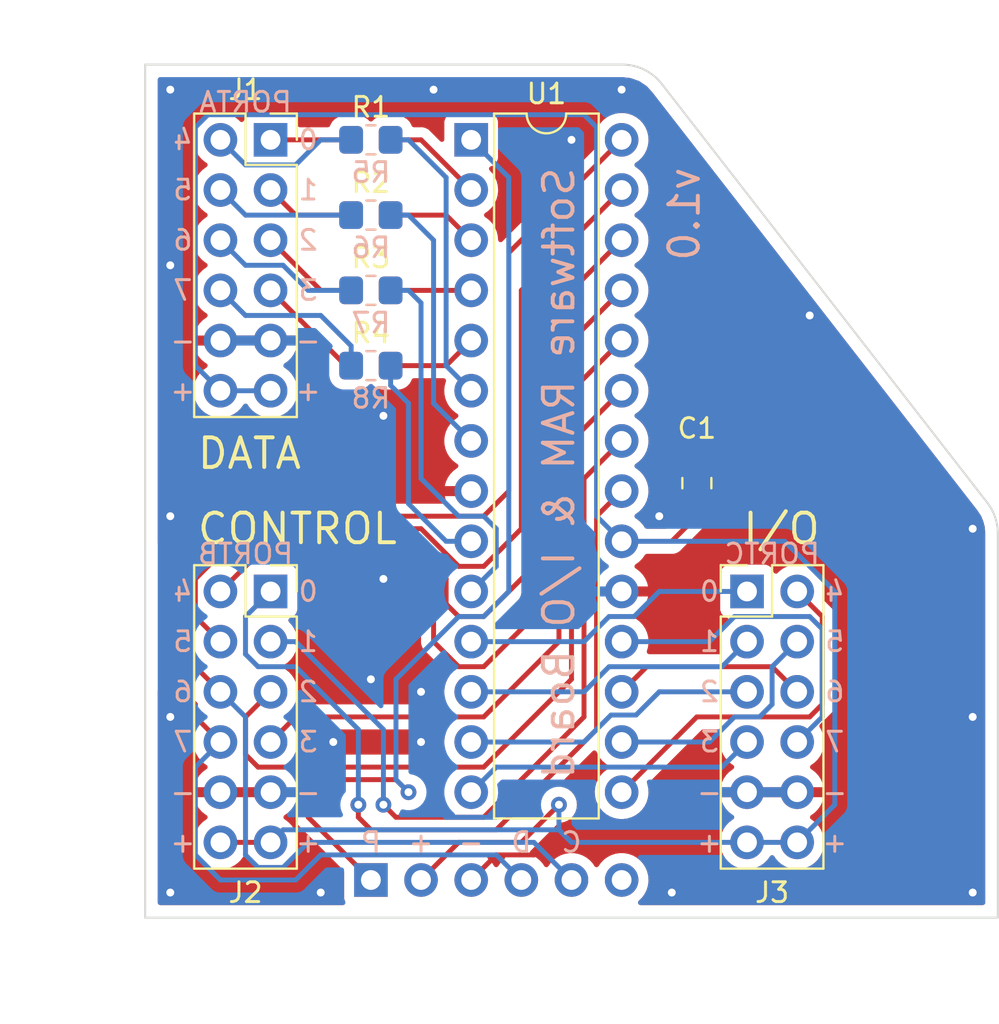
<source format=kicad_pcb>
(kicad_pcb (version 20211014) (generator pcbnew)
  (layers (0 "F.Cu" signal) (31 "B.Cu" signal) (34 "B.Paste" user) (35 "F.Paste" user) (36 "B.SilkS" user "B.Silkscreen") (37 "F.SilkS" user "F.Silkscreen") (38 "B.Mask" user) (39 "F.Mask" user) (44 "Edge.Cuts" user))
  (net 0 "")
  (net 1 "VCC")
  (net 2 "GND")
  (net 3 "Net-(J1-Pad1)")
  (net 4 "Net-(J1-Pad2)")
  (net 5 "Net-(J1-Pad3)")
  (net 6 "Net-(J1-Pad4)")
  (net 7 "Net-(J1-Pad7)")
  (net 8 "Net-(J1-Pad8)")
  (net 9 "Net-(J1-Pad9)")
  (net 10 "Net-(J1-Pad10)")
  (net 11 "Net-(J2-Pad1)")
  (net 12 "Net-(J2-Pad2)")
  (net 13 "Net-(J2-Pad3)")
  (net 14 "Net-(J2-Pad4)")
  (net 15 "Net-(J2-Pad7)")
  (net 16 "Net-(J2-Pad8)")
  (net 17 "Net-(J2-Pad9)")
  (net 18 "Net-(J2-Pad10)")
  (net 19 "Net-(J3-Pad1)")
  (net 20 "Net-(J3-Pad2)")
  (net 21 "Net-(J3-Pad3)")
  (net 22 "Net-(J3-Pad4)")
  (net 23 "Net-(J3-Pad7)")
  (net 24 "Net-(J3-Pad8)")
  (net 25 "Net-(J3-Pad9)")
  (net 26 "Net-(J3-Pad10)")
  (net 27 "Net-(J4-Pad1)")
  (net 29 "Net-(R1-Pad2)")
  (net 30 "Net-(R2-Pad2)")
  (net 31 "Net-(R3-Pad2)")
  (net 32 "Net-(R4-Pad2)")
  (net 33 "Net-(R5-Pad2)")
  (net 34 "Net-(R6-Pad2)")
  (net 35 "Net-(R7-Pad2)")
  (net 36 "Net-(R8-Pad2)")
  (footprint "Resistor_SMD:R_0805_2012Metric_Pad1.20x1.40mm_HandSolder" (layer "F.Cu") (at 130.81 50.8)
    (fp_text reference "R1" (at 0 -1.65) (layer "F.SilkS"))
    (fp_text value "1k")
    (fp_line (start -0.227064 -0.735) (end 0.227064 -0.735) (layer "F.SilkS") (width 0.12))
    (fp_line (start -0.227064 0.735) (end 0.227064 0.735) (layer "F.SilkS") (width 0.12))
    (pad "1" smd roundrect (at -1 0) (size 1.2 1.4) (layers "F.Cu" "F.Paste" "F.Mask") (roundrect_rratio 0.2083333333) (net 3 "Net-(J1-Pad1)"))
    (pad "2" smd roundrect (at 1 0) (size 1.2 1.4) (layers "F.Cu" "F.Paste" "F.Mask") (roundrect_rratio 0.2083333333) (net 29 "Net-(R1-Pad2)"))
  )
  (footprint "Resistor_SMD:R_0805_2012Metric_Pad1.20x1.40mm_HandSolder" (layer "F.Cu") (at 130.81 62.23)
    (fp_text reference "R4" (at 0 -1.65) (layer "F.SilkS"))
    (fp_text value "1k")
    (fp_line (start -0.227064 0.735) (end 0.227064 0.735) (layer "F.SilkS") (width 0.12))
    (fp_line (start -0.227064 -0.735) (end 0.227064 -0.735) (layer "F.SilkS") (width 0.12))
    (pad "1" smd roundrect (at -1 0) (size 1.2 1.4) (layers "F.Cu" "F.Paste" "F.Mask") (roundrect_rratio 0.2083333333) (net 6 "Net-(J1-Pad4)"))
    (pad "2" smd roundrect (at 1 0) (size 1.2 1.4) (layers "F.Cu" "F.Paste" "F.Mask") (roundrect_rratio 0.2083333333) (net 32 "Net-(R4-Pad2)"))
  )
  (footprint "ModifiedKiCadLibrary:PinSocket_2x06_P2.54mm_Vertical_Top_Bottom" (layer "F.Cu") (at 125.73 73.66)
    (fp_text reference "J2" (at -1.27 15.24) (layer "F.SilkS"))
    (fp_text value "Conn_02x06_Top_Bottom")
    (fp_line (start -3.87 14.03) (end 1.33 14.03) (layer "F.SilkS") (width 0.12))
    (fp_line (start -1.27 1.27) (end 1.33 1.27) (layer "F.SilkS") (width 0.12))
    (fp_line (start 0 -1.33) (end 1.33 -1.33) (layer "F.SilkS") (width 0.12))
    (fp_line (start -3.87 -1.33) (end -3.87 14.03) (layer "F.SilkS") (width 0.12))
    (fp_line (start -3.87 -1.33) (end -1.27 -1.33) (layer "F.SilkS") (width 0.12))
    (fp_line (start -1.27 -1.33) (end -1.27 1.27) (layer "F.SilkS") (width 0.12))
    (fp_line (start 1.33 -1.33) (end 1.33 0) (layer "F.SilkS") (width 0.12))
    (fp_line (start 1.33 1.27) (end 1.33 14.03) (layer "F.SilkS") (width 0.12))
    (pad "1" thru_hole rect (at 0 0) (size 1.7 1.7) (drill 1) (layers *.Cu *.Mask) (net 11 "Net-(J2-Pad1)"))
    (pad "2" thru_hole oval (at 0 2.54) (size 1.7 1.7) (drill 1) (layers *.Cu *.Mask) (net 12 "Net-(J2-Pad2)"))
    (pad "3" thru_hole oval (at 0 5.08) (size 1.7 1.7) (drill 1) (layers *.Cu *.Mask) (net 13 "Net-(J2-Pad3)"))
    (pad "4" thru_hole oval (at 0 7.62) (size 1.7 1.7) (drill 1) (layers *.Cu *.Mask) (net 14 "Net-(J2-Pad4)"))
    (pad "5" thru_hole oval (at 0 10.16) (size 1.7 1.7) (drill 1) (layers *.Cu *.Mask) (net 2 "GND"))
    (pad "6" thru_hole oval (at 0 12.7) (size 1.7 1.7) (drill 1) (layers *.Cu *.Mask) (net 1 "VCC"))
    (pad "7" thru_hole oval (at -2.54 0) (size 1.7 1.7) (drill 1) (layers *.Cu *.Mask) (net 15 "Net-(J2-Pad7)"))
    (pad "8" thru_hole oval (at -2.54 2.54) (size 1.7 1.7) (drill 1) (layers *.Cu *.Mask) (net 16 "Net-(J2-Pad8)"))
    (pad "9" thru_hole oval (at -2.54 5.08) (size 1.7 1.7) (drill 1) (layers *.Cu *.Mask) (net 17 "Net-(J2-Pad9)"))
    (pad "10" thru_hole oval (at -2.54 7.62) (size 1.7 1.7) (drill 1) (layers *.Cu *.Mask) (net 18 "Net-(J2-Pad10)"))
    (pad "11" thru_hole oval (at -2.54 10.16) (size 1.7 1.7) (drill 1) (layers *.Cu *.Mask) (net 2 "GND"))
    (pad "12" thru_hole oval (at -2.54 12.7) (size 1.7 1.7) (drill 1) (layers *.Cu *.Mask) (net 1 "VCC"))
  )
  (footprint "ModifiedKiCadLibrary:DIP-28_W7.62mm-D1mm" (layer "F.Cu") (at 135.89 50.8)
    (fp_text reference "U1" (at 3.81 -2.33) (layer "F.SilkS"))
    (fp_text value "PIC16F1783")
    (fp_line (start 6.46 -1.33) (end 4.81 -1.33) (layer "F.SilkS") (width 0.12))
    (fp_line (start 1.16 -1.33) (end 1.16 34.35) (layer "F.SilkS") (width 0.12))
    (fp_line (start 1.16 34.35) (end 6.46 34.35) (layer "F.SilkS") (width 0.12))
    (fp_line (start 6.46 34.35) (end 6.46 -1.33) (layer "F.SilkS") (width 0.12))
    (fp_line (start 2.81 -1.33) (end 1.16 -1.33) (layer "F.SilkS") (width 0.12))
    (fp_arc (start 4.81 -1.33) (mid 3.81 -0.33) (end 2.81 -1.33) (layer "F.SilkS") (width 0.12))
    (pad "1" thru_hole rect (at 0 0) (size 1.7 1.7) (drill 1) (layers *.Cu *.Mask) (net 27 "Net-(J4-Pad1)"))
    (pad "2" thru_hole oval (at 0 2.54) (size 1.7 1.7) (drill 1) (layers *.Cu *.Mask) (net 29 "Net-(R1-Pad2)"))
    (pad "3" thru_hole oval (at 0 5.08) (size 1.7 1.7) (drill 1) (layers *.Cu *.Mask) (net 30 "Net-(R2-Pad2)"))
    (pad "4" thru_hole oval (at 0 7.62) (size 1.7 1.7) (drill 1) (layers *.Cu *.Mask) (net 31 "Net-(R3-Pad2)"))
    (pad "5" thru_hole oval (at 0 10.16) (size 1.7 1.7) (drill 1) (layers *.Cu *.Mask) (net 32 "Net-(R4-Pad2)"))
    (pad "6" thru_hole oval (at 0 12.7) (size 1.7 1.7) (drill 1) (layers *.Cu *.Mask) (net 33 "Net-(R5-Pad2)"))
    (pad "7" thru_hole oval (at 0 15.24) (size 1.7 1.7) (drill 1) (layers *.Cu *.Mask) (net 34 "Net-(R6-Pad2)"))
    (pad "8" thru_hole oval (at 0 17.78) (size 1.7 1.7) (drill 1) (layers *.Cu *.Mask) (net 2 "GND"))
    (pad "9" thru_hole oval (at 0 20.32) (size 1.7 1.7) (drill 1) (layers *.Cu *.Mask) (net 36 "Net-(R8-Pad2)"))
    (pad "10" thru_hole oval (at 0 22.86) (size 1.7 1.7) (drill 1) (layers *.Cu *.Mask) (net 35 "Net-(R7-Pad2)"))
    (pad "11" thru_hole oval (at 0 25.4) (size 1.7 1.7) (drill 1) (layers *.Cu *.Mask) (net 19 "Net-(J3-Pad1)"))
    (pad "12" thru_hole oval (at 0 27.94) (size 1.7 1.7) (drill 1) (layers *.Cu *.Mask) (net 20 "Net-(J3-Pad2)"))
    (pad "13" thru_hole oval (at 0 30.48) (size 1.7 1.7) (drill 1) (layers *.Cu *.Mask) (net 21 "Net-(J3-Pad3)"))
    (pad "14" thru_hole oval (at 0 33.02) (size 1.7 1.7) (drill 1) (layers *.Cu *.Mask) (net 22 "Net-(J3-Pad4)"))
    (pad "15" thru_hole oval (at 7.62 33.02) (size 1.7 1.7) (drill 1) (layers *.Cu *.Mask) (net 23 "Net-(J3-Pad7)"))
    (pad "16" thru_hole oval (at 7.62 30.48) (size 1.7 1.7) (drill 1) (layers *.Cu *.Mask) (net 24 "Net-(J3-Pad8)"))
    (pad "17" thru_hole oval (at 7.62 27.94) (size 1.7 1.7) (drill 1) (layers *.Cu *.Mask) (net 25 "Net-(J3-Pad9)"))
    (pad "18" thru_hole oval (at 7.62 25.4) (size 1.7 1.7) (drill 1) (layers *.Cu *.Mask) (net 26 "Net-(J3-Pad10)"))
    (pad "19" thru_hole oval (at 7.62 22.86) (size 1.7 1.7) (drill 1) (layers *.Cu *.Mask) (net 2 "GND"))
    (pad "20" thru_hole oval (at 7.62 20.32) (size 1.7 1.7) (drill 1) (layers *.Cu *.Mask) (net 1 "VCC"))
    (pad "21" thru_hole oval (at 7.62 17.78) (size 1.7 1.7) (drill 1) (layers *.Cu *.Mask) (net 11 "Net-(J2-Pad1)"))
    (pad "22" thru_hole oval (at 7.62 15.24) (size 1.7 1.7) (drill 1) (layers *.Cu *.Mask) (net 12 "Net-(J2-Pad2)"))
    (pad "23" thru_hole oval (at 7.62 12.7) (size 1.7 1.7) (drill 1) (layers *.Cu *.Mask) (net 13 "Net-(J2-Pad3)"))
    (pad "24" thru_hole oval (at 7.62 10.16) (size 1.7 1.7) (drill 1) (layers *.Cu *.Mask) (net 14 "Net-(J2-Pad4)"))
    (pad "25" thru_hole oval (at 7.62 7.62) (size 1.7 1.7) (drill 1) (layers *.Cu *.Mask) (net 15 "Net-(J2-Pad7)"))
    (pad "26" thru_hole oval (at 7.62 5.08) (size 1.7 1.7) (drill 1) (layers *.Cu *.Mask) (net 16 "Net-(J2-Pad8)"))
    (pad "27" thru_hole oval (at 7.62 2.54) (size 1.7 1.7) (drill 1) (layers *.Cu *.Mask) (net 17 "Net-(J2-Pad9)"))
    (pad "28" thru_hole oval (at 7.62 0) (size 1.7 1.7) (drill 1) (layers *.Cu *.Mask) (net 18 "Net-(J2-Pad10)"))
  )
  (footprint "ModifiedKiCadLibrary:PinHeader_2x06_P2.54mm_Vertical_Top_Bottom" (layer "F.Cu") (at 149.86 73.66)
    (fp_text reference "J3" (at 1.27 15.24) (layer "F.SilkS"))
    (fp_text value "Conn_02x06_Top_Bottom")
    (fp_line (start 1.27 1.27) (end 1.27 -1.33) (layer "F.SilkS") (width 0.12))
    (fp_line (start -1.33 1.27) (end -1.33 14.03) (layer "F.SilkS") (width 0.12))
    (fp_line (start -1.33 -1.33) (end 0 -1.33) (layer "F.SilkS") (width 0.12))
    (fp_line (start -1.33 1.27) (end 1.27 1.27) (layer "F.SilkS") (width 0.12))
    (fp_line (start 1.27 -1.33) (end 3.87 -1.33) (layer "F.SilkS") (width 0.12))
    (fp_line (start -1.33 0) (end -1.33 -1.33) (layer "F.SilkS") (width 0.12))
    (fp_line (start 3.87 -1.33) (end 3.87 14.03) (layer "F.SilkS") (width 0.12))
    (fp_line (start -1.33 14.03) (end 3.87 14.03) (layer "F.SilkS") (width 0.12))
    (pad "1" thru_hole rect (at 0 0) (size 1.7 1.7) (drill 1) (layers *.Cu *.Mask) (net 19 "Net-(J3-Pad1)"))
    (pad "2" thru_hole oval (at 0 2.54) (size 1.7 1.7) (drill 1) (layers *.Cu *.Mask) (net 20 "Net-(J3-Pad2)"))
    (pad "3" thru_hole oval (at 0 5.08) (size 1.7 1.7) (drill 1) (layers *.Cu *.Mask) (net 21 "Net-(J3-Pad3)"))
    (pad "4" thru_hole oval (at 0 7.62) (size 1.7 1.7) (drill 1) (layers *.Cu *.Mask) (net 22 "Net-(J3-Pad4)"))
    (pad "5" thru_hole oval (at 0 10.16) (size 1.7 1.7) (drill 1) (layers *.Cu *.Mask) (net 2 "GND"))
    (pad "6" thru_hole oval (at 0 12.7) (size 1.7 1.7) (drill 1) (layers *.Cu *.Mask) (net 1 "VCC"))
    (pad "7" thru_hole oval (at 2.54 0) (size 1.7 1.7) (drill 1) (layers *.Cu *.Mask) (net 23 "Net-(J3-Pad7)"))
    (pad "8" thru_hole oval (at 2.54 2.54) (size 1.7 1.7) (drill 1) (layers *.Cu *.Mask) (net 24 "Net-(J3-Pad8)"))
    (pad "9" thru_hole oval (at 2.54 5.08) (size 1.7 1.7) (drill 1) (layers *.Cu *.Mask) (net 25 "Net-(J3-Pad9)"))
    (pad "10" thru_hole oval (at 2.54 7.62) (size 1.7 1.7) (drill 1) (layers *.Cu *.Mask) (net 26 "Net-(J3-Pad10)"))
    (pad "11" thru_hole oval (at 2.54 10.16) (size 1.7 1.7) (drill 1) (layers *.Cu *.Mask) (net 2 "GND"))
    (pad "12" thru_hole oval (at 2.54 12.7) (size 1.7 1.7) (drill 1) (layers *.Cu *.Mask) (net 1 "VCC"))
  )
  (footprint "Capacitor_SMD:C_0805_2012Metric_Pad1.18x1.45mm_HandSolder" (layer "F.Cu") (at 147.32 68.1775 90)
    (fp_text reference "C1" (at 2.7725 0 180) (layer "F.SilkS"))
    (fp_text value "0.1u")
    (fp_line (start -0.261252 -0.735) (end 0.261252 -0.735) (layer "F.SilkS") (width 0.12))
    (fp_line (start -0.261252 0.735) (end 0.261252 0.735) (layer "F.SilkS") (width 0.12))
    (pad "1" smd roundrect (at -1.0375 0 90) (size 1.175 1.45) (layers "F.Cu" "F.Paste" "F.Mask") (roundrect_rratio 0.2127659574) (net 1 "VCC"))
    (pad "2" smd roundrect (at 1.0375 0 90) (size 1.175 1.45) (layers "F.Cu" "F.Paste" "F.Mask") (roundrect_rratio 0.2127659574) (net 2 "GND"))
  )
  (footprint "Resistor_SMD:R_0805_2012Metric_Pad1.20x1.40mm_HandSolder" (layer "F.Cu") (at 130.81 54.61)
    (fp_text reference "R2" (at 0 -1.65) (layer "F.SilkS"))
    (fp_text value "1k")
    (fp_line (start -0.227064 -0.735) (end 0.227064 -0.735) (layer "F.SilkS") (width 0.12))
    (fp_line (start -0.227064 0.735) (end 0.227064 0.735) (layer "F.SilkS") (width 0.12))
    (pad "1" smd roundrect (at -1 0) (size 1.2 1.4) (layers "F.Cu" "F.Paste" "F.Mask") (roundrect_rratio 0.2083333333) (net 4 "Net-(J1-Pad2)"))
    (pad "2" smd roundrect (at 1 0) (size 1.2 1.4) (layers "F.Cu" "F.Paste" "F.Mask") (roundrect_rratio 0.2083333333) (net 30 "Net-(R2-Pad2)"))
  )
  (footprint "ModifiedKiCadLibrary:PinSocket_2x06_P2.54mm_Vertical_Top_Bottom" (layer "F.Cu") (at 125.73 50.8)
    (fp_text reference "J1" (at -1.27 -2.54) (layer "F.SilkS"))
    (fp_text value "Conn_02x06_Top_Bottom")
    (fp_line (start 1.33 1.27) (end 1.33 14.03) (layer "F.SilkS") (width 0.12))
    (fp_line (start -1.27 1.27) (end 1.33 1.27) (layer "F.SilkS") (width 0.12))
    (fp_line (start -3.87 -1.33) (end -1.27 -1.33) (layer "F.SilkS") (width 0.12))
    (fp_line (start -3.87 -1.33) (end -3.87 14.03) (layer "F.SilkS") (width 0.12))
    (fp_line (start 1.33 -1.33) (end 1.33 0) (layer "F.SilkS") (width 0.12))
    (fp_line (start 0 -1.33) (end 1.33 -1.33) (layer "F.SilkS") (width 0.12))
    (fp_line (start -1.27 -1.33) (end -1.27 1.27) (layer "F.SilkS") (width 0.12))
    (fp_line (start -3.87 14.03) (end 1.33 14.03) (layer "F.SilkS") (width 0.12))
    (pad "1" thru_hole rect (at 0 0) (size 1.7 1.7) (drill 1) (layers *.Cu *.Mask) (net 3 "Net-(J1-Pad1)"))
    (pad "2" thru_hole oval (at 0 2.54) (size 1.7 1.7) (drill 1) (layers *.Cu *.Mask) (net 4 "Net-(J1-Pad2)"))
    (pad "3" thru_hole oval (at 0 5.08) (size 1.7 1.7) (drill 1) (layers *.Cu *.Mask) (net 5 "Net-(J1-Pad3)"))
    (pad "4" thru_hole oval (at 0 7.62) (size 1.7 1.7) (drill 1) (layers *.Cu *.Mask) (net 6 "Net-(J1-Pad4)"))
    (pad "5" thru_hole oval (at 0 10.16) (size 1.7 1.7) (drill 1) (layers *.Cu *.Mask) (net 2 "GND"))
    (pad "6" thru_hole oval (at 0 12.7) (size 1.7 1.7) (drill 1) (layers *.Cu *.Mask) (net 1 "VCC"))
    (pad "7" thru_hole oval (at -2.54 0) (size 1.7 1.7) (drill 1) (layers *.Cu *.Mask) (net 7 "Net-(J1-Pad7)"))
    (pad "8" thru_hole oval (at -2.54 2.54) (size 1.7 1.7) (drill 1) (layers *.Cu *.Mask) (net 8 "Net-(J1-Pad8)"))
    (pad "9" thru_hole oval (at -2.54 5.08) (size 1.7 1.7) (drill 1) (layers *.Cu *.Mask) (net 9 "Net-(J1-Pad9)"))
    (pad "10" thru_hole oval (at -2.54 7.62) (size 1.7 1.7) (drill 1) (layers *.Cu *.Mask) (net 10 "Net-(J1-Pad10)"))
    (pad "11" thru_hole oval (at -2.54 10.16) (size 1.7 1.7) (drill 1) (layers *.Cu *.Mask) (net 2 "GND"))
    (pad "12" thru_hole oval (at -2.54 12.7) (size 1.7 1.7) (drill 1) (layers *.Cu *.Mask) (net 1 "VCC"))
  )
  (footprint "Resistor_SMD:R_0805_2012Metric_Pad1.20x1.40mm_HandSolder" (layer "F.Cu") (at 130.81 58.42)
    (fp_text reference "R3" (at 0 -1.65) (layer "F.SilkS"))
    (fp_text value "1k")
    (fp_line (start -0.227064 -0.735) (end 0.227064 -0.735) (layer "F.SilkS") (width 0.12))
    (fp_line (start -0.227064 0.735) (end 0.227064 0.735) (layer "F.SilkS") (width 0.12))
    (pad "1" smd roundrect (at -1 0) (size 1.2 1.4) (layers "F.Cu" "F.Paste" "F.Mask") (roundrect_rratio 0.2083333333) (net 5 "Net-(J1-Pad3)"))
    (pad "2" smd roundrect (at 1 0) (size 1.2 1.4) (layers "F.Cu" "F.Paste" "F.Mask") (roundrect_rratio 0.2083333333) (net 31 "Net-(R3-Pad2)"))
  )
  (footprint "Connector_PinHeader_2.54mm:PinHeader_1x06_P2.54mm_Vertical" (layer "F.Cu") (at 130.81 88.265 90)
    (fp_text reference "J4" hide)
    (fp_text value "Conn_PIC_ICSP_ICD")
    (pad "1" thru_hole rect (at 0 0 90) (size 1.7 1.7) (drill 1) (layers *.Cu *.Mask) (net 27 "Net-(J4-Pad1)"))
    (pad "2" thru_hole oval (at 0 2.54 90) (size 1.7 1.7) (drill 1) (layers *.Cu *.Mask) (net 1 "VCC"))
    (pad "3" thru_hole oval (at 0 5.08 90) (size 1.7 1.7) (drill 1) (layers *.Cu *.Mask) (net 2 "GND"))
    (pad "4" thru_hole oval (at 0 7.62 90) (size 1.7 1.7) (drill 1) (layers *.Cu *.Mask) (net 18 "Net-(J2-Pad10)"))
    (pad "5" thru_hole oval (at 0 10.16 90) (size 1.7 1.7) (drill 1) (layers *.Cu *.Mask) (net 17 "Net-(J2-Pad9)"))
    (pad "6" thru_hole oval (at 0 12.7 90) (size 1.7 1.7) (drill 1) (layers *.Cu *.Mask))
  )
  (footprint "Resistor_SMD:R_0805_2012Metric_Pad1.20x1.40mm_HandSolder" (layer "B.Cu") (at 130.81 58.42)
    (fp_text reference "R7" (at 0 1.65) (layer "B.SilkS") (effects (justify mirror)))
    (fp_text value "1k")
    (fp_line (start -0.227064 0.735) (end 0.227064 0.735) (layer "B.SilkS") (width 0.12))
    (fp_line (start -0.227064 -0.735) (end 0.227064 -0.735) (layer "B.SilkS") (width 0.12))
    (pad "1" smd roundrect (at -1 0) (size 1.2 1.4) (layers "B.Cu" "B.Paste" "B.Mask") (roundrect_rratio 0.2083333333) (net 9 "Net-(J1-Pad9)"))
    (pad "2" smd roundrect (at 1 0) (size 1.2 1.4) (layers "B.Cu" "B.Paste" "B.Mask") (roundrect_rratio 0.2083333333) (net 35 "Net-(R7-Pad2)"))
  )
  (footprint "Resistor_SMD:R_0805_2012Metric_Pad1.20x1.40mm_HandSolder" (layer "B.Cu") (at 130.81 54.61)
    (fp_text reference "R6" (at 0 1.65) (layer "B.SilkS") (effects (justify mirror)))
    (fp_text value "1k")
    (fp_line (start -0.227064 0.735) (end 0.227064 0.735) (layer "B.SilkS") (width 0.12))
    (fp_line (start -0.227064 -0.735) (end 0.227064 -0.735) (layer "B.SilkS") (width 0.12))
    (pad "1" smd roundrect (at -1 0) (size 1.2 1.4) (layers "B.Cu" "B.Paste" "B.Mask") (roundrect_rratio 0.2083333333) (net 8 "Net-(J1-Pad8)"))
    (pad "2" smd roundrect (at 1 0) (size 1.2 1.4) (layers "B.Cu" "B.Paste" "B.Mask") (roundrect_rratio 0.2083333333) (net 34 "Net-(R6-Pad2)"))
  )
  (footprint "Resistor_SMD:R_0805_2012Metric_Pad1.20x1.40mm_HandSolder" (layer "B.Cu") (at 130.81 50.8)
    (fp_text reference "R5" (at 0 1.65) (layer "B.SilkS") (effects (justify mirror)))
    (fp_text value "1k")
    (fp_line (start -0.227064 -0.735) (end 0.227064 -0.735) (layer "B.SilkS") (width 0.12))
    (fp_line (start -0.227064 0.735) (end 0.227064 0.735) (layer "B.SilkS") (width 0.12))
    (pad "1" smd roundrect (at -1 0) (size 1.2 1.4) (layers "B.Cu" "B.Paste" "B.Mask") (roundrect_rratio 0.2083333333) (net 7 "Net-(J1-Pad7)"))
    (pad "2" smd roundrect (at 1 0) (size 1.2 1.4) (layers "B.Cu" "B.Paste" "B.Mask") (roundrect_rratio 0.2083333333) (net 33 "Net-(R5-Pad2)"))
  )
  (footprint "Resistor_SMD:R_0805_2012Metric_Pad1.20x1.40mm_HandSolder" (layer "B.Cu") (at 130.81 62.23)
    (fp_text reference "R8" (at 0 1.65) (layer "B.SilkS") (effects (justify mirror)))
    (fp_text value "1k")
    (fp_line (start -0.227064 -0.735) (end 0.227064 -0.735) (layer "B.SilkS") (width 0.12))
    (fp_line (start -0.227064 0.735) (end 0.227064 0.735) (layer "B.SilkS") (width 0.12))
    (pad "1" smd roundrect (at -1 0) (size 1.2 1.4) (layers "B.Cu" "B.Paste" "B.Mask") (roundrect_rratio 0.2083333333) (net 10 "Net-(J1-Pad10)"))
    (pad "2" smd roundrect (at 1 0) (size 1.2 1.4) (layers "B.Cu" "B.Paste" "B.Mask") (roundrect_rratio 0.2083333333) (net 36 "Net-(R8-Pad2)"))
  )
  (gr_line (start 119.38 90.17) (end 162.56 90.17) (layer "Edge.Cuts") (width 0.1))
  (gr_line (start 162.024955 69.162085) (end 145.542682 47.970591) (layer "Edge.Cuts") (width 0.1))
  (gr_line (start 162.56 90.17) (end 162.56 70.721494) (layer "Edge.Cuts") (width 0.1))
  (gr_arc (start 143.537727 46.99) (mid 144.653623 47.248395) (end 145.542682 47.970591) (layer "Edge.Cuts") (width 0.1))
  (gr_line (start 143.537727 46.99) (end 119.38 46.99) (layer "Edge.Cuts") (width 0.1))
  (gr_arc (start 162.024955 69.162085) (mid 162.423305 69.896902) (end 162.56 70.721494) (layer "Edge.Cuts") (width 0.1))
  (gr_line (start 119.38 46.99) (end 119.38 90.17) (layer "Edge.Cuts") (width 0.1))
  (gr_text "5" (at 121.285 53.34) (layer "B.SilkS") (effects (font (size 1 1)) (justify mirror)))
  (gr_text "3" (at 127.635 81.28) (layer "B.SilkS") (effects (font (size 1 1)) (justify mirror)))
  (gr_text "3" (at 147.955 81.28) (layer "B.SilkS") (effects (font (size 1 1)) (justify mirror)))
  (gr_text "Software RAM & I/O Board" (at 140.335 52.07 90) (layer "B.SilkS") (effects (font (size 1.5 1.5) (thickness 0.2)) (justify left mirror)))
  (gr_text "1" (at 147.955 76.2) (layer "B.SilkS") (effects (font (size 1 1)) (justify mirror)))
  (gr_text "7" (at 154.305 81.28) (layer "B.SilkS") (effects (font (size 1 1)) (justify mirror)))
  (gr_text "-" (at 147.955 83.82) (layer "B.SilkS") (effects (font (size 1 1)) (justify mirror)))
  (gr_text "3" (at 127.635 58.42) (layer "B.SilkS") (effects (font (size 1 1)) (justify mirror)))
  (gr_text "2" (at 127.635 55.88) (layer "B.SilkS") (effects (font (size 1 1)) (justify mirror)))
  (gr_text "+" (at 121.285 63.5) (layer "B.SilkS") (effects (font (size 1 1)) (justify mirror)))
  (gr_text "PORTC" (at 151.13 71.755) (layer "B.SilkS") (effects (font (size 1 1)) (justify mirror)))
  (gr_text "-" (at 127.635 60.96) (layer "B.SilkS") (effects (font (size 1 1)) (justify mirror)))
  (gr_text "-" (at 154.305 83.82) (layer "B.SilkS") (effects (font (size 1 1)) (justify mirror)))
  (gr_text "+" (at 154.305 86.36) (layer "B.SilkS") (effects (font (size 1 1)) (justify mirror)))
  (gr_text "C" (at 140.97 86.36) (layer "B.SilkS") (effects (font (size 1 1)) (justify mirror)))
  (gr_text "1" (at 127.635 76.2) (layer "B.SilkS") (effects (font (size 1 1)) (justify mirror)))
  (gr_text "+" (at 133.35 86.36) (layer "B.SilkS") (effects (font (size 1 1)) (justify mirror)))
  (gr_text "-" (at 135.89 86.36) (layer "B.SilkS") (effects (font (size 1 1)) (justify mirror)))
  (gr_text "v1.0" (at 146.685 52.07 90) (layer "B.SilkS") (effects (font (size 1.5 1.5) (thickness 0.2)) (justify left mirror)))
  (gr_text "-" (at 127.635 83.82) (layer "B.SilkS") (effects (font (size 1 1)) (justify mirror)))
  (gr_text "D" (at 138.43 86.36) (layer "B.SilkS") (effects (font (size 1 1)) (justify mirror)))
  (gr_text "5" (at 154.305 76.2) (layer "B.SilkS") (effects (font (size 1 1)) (justify mirror)))
  (gr_text "-" (at 121.285 83.82) (layer "B.SilkS") (effects (font (size 1 1)) (justify mirror)))
  (gr_text "+" (at 127.635 86.36) (layer "B.SilkS") (effects (font (size 1 1)) (justify mirror)))
  (gr_text "6" (at 121.285 78.74) (layer "B.SilkS") (effects (font (size 1 1)) (justify mirror)))
  (gr_text "PORTA" (at 124.46 48.895) (layer "B.SilkS") (effects (font (size 1 1)) (justify mirror)))
  (gr_text "5" (at 121.285 76.2) (layer "B.SilkS") (effects (font (size 1 1)) (justify mirror)))
  (gr_text "PORTB" (at 124.46 71.755) (layer "B.SilkS") (effects (font (size 1 1)) (justify mirror)))
  (gr_text "P" (at 130.81 86.36) (layer "B.SilkS") (effects (font (size 1 1)) (justify mirror)))
  (gr_text "2" (at 147.955 78.74) (layer "B.SilkS") (effects (font (size 1 1)) (justify mirror)))
  (gr_text "1" (at 127.635 53.34) (layer "B.SilkS") (effects (font (size 1 1)) (justify mirror)))
  (gr_text "6" (at 121.285 55.88) (layer "B.SilkS") (effects (font (size 1 1)) (justify mirror)))
  (gr_text "7" (at 121.285 58.42) (layer "B.SilkS") (effects (font (size 1 1)) (justify mirror)))
  (gr_text "+" (at 147.955 86.36) (layer "B.SilkS") (effects (font (size 1 1)) (justify mirror)))
  (gr_text "0" (at 147.955 73.66) (layer "B.SilkS") (effects (font (size 1 1)) (justify mirror)))
  (gr_text "2" (at 127.635 78.74) (layer "B.SilkS") (effects (font (size 1 1)) (justify mirror)))
  (gr_text "-" (at 121.285 60.96) (layer "B.SilkS") (effects (font (size 1 1)) (justify mirror)))
  (gr_text "+" (at 127.635 63.5) (layer "B.SilkS") (effects (font (size 1 1)) (justify mirror)))
  (gr_text "+" (at 121.285 86.36) (layer "B.SilkS") (effects (font (size 1 1)) (justify mirror)))
  (gr_text "0" (at 127.635 50.8) (layer "B.SilkS") (effects (font (size 1 1)) (justify mirror)))
  (gr_text "7" (at 121.285 81.28) (layer "B.SilkS") (effects (font (size 1 1)) (justify mirror)))
  (gr_text "6" (at 154.305 78.74) (layer "B.SilkS") (effects (font (size 1 1)) (justify mirror)))
  (gr_text "0" (at 127.635 73.66) (layer "B.SilkS") (effects (font (size 1 1)) (justify mirror)))
  (gr_text "4" (at 154.305 73.66) (layer "B.SilkS") (effects (font (size 1 1)) (justify mirror)))
  (gr_text "4" (at 121.285 73.66) (layer "B.SilkS") (effects (font (size 1 1)) (justify mirror)))
  (gr_text "4" (at 121.285 50.8) (layer "B.SilkS") (effects (font (size 1 1)) (justify mirror)))
  (gr_text "DATA" (at 121.92 66.675) (layer "F.SilkS") (effects (font (size 1.5 1.5) (thickness 0.2)) (justify left)))
  (gr_text "CONTROL" (at 121.92 70.485) (layer "F.SilkS") (effects (font (size 1.5 1.5) (thickness 0.2)) (justify left)))
  (gr_text "I/O" (at 153.67 70.485) (layer "F.SilkS") (effects (font (size 1.5 1.5) (thickness 0.2)) (justify right)))
  (segment (start 135.255 86.36) (end 138.43 86.36) (width 0.25) (layer "F.Cu") (net 1))
  (segment (start 123.19 86.36) (end 125.73 86.36) (width 0.25) (layer "F.Cu") (net 1))
  (segment (start 140.335 84.455) (end 138.43 86.36) (width 0.25) (layer "F.Cu") (net 1))
  (segment (start 147.32 69.85) (end 146.05 71.12) (width 0.25) (layer "F.Cu") (net 1))
  (segment (start 147.32 69.215) (end 147.32 69.85) (width 0.25) (layer "F.Cu") (net 1))
  (segment (start 146.05 71.12) (end 143.51 71.12) (width 0.25) (layer "F.Cu") (net 1))
  (segment (start 133.35 88.265) (end 135.255 86.36) (width 0.25) (layer "F.Cu") (net 1))
  (via (at 140.335 84.455) (size 0.8) (drill 0.4) (layers "F.Cu" "B.Cu") (net 1))
  (segment (start 151.765 71.12) (end 143.51 71.12) (width 0.25) (layer "B.Cu") (net 1))
  (segment (start 140.97 86.36) (end 149.86 86.36) (width 0.25) (layer "B.Cu") (net 1))
  (segment (start 123.19 63.5) (end 125.73 63.5) (width 0.25) (layer "B.Cu") (net 1))
  (segment (start 154.305 84.455) (end 154.305 73.66) (width 0.25) (layer "B.Cu") (net 1))
  (segment (start 142.24 50.165) (end 142.24 69.85) (width 0.25) (layer "B.Cu") (net 1))
  (segment (start 152.4 86.36) (end 154.305 84.455) (width 0.25) (layer "B.Cu") (net 1))
  (segment (start 142.24 69.85) (end 143.51 71.12) (width 0.25) (layer "B.Cu") (net 1))
  (segment (start 141.605 49.53) (end 142.24 50.165) (width 0.25) (layer "B.Cu") (net 1))
  (segment (start 122.555 49.53) (end 141.605 49.53) (width 0.25) (layer "B.Cu") (net 1))
  (segment (start 126.365 85.725) (end 140.335 85.725) (width 0.25) (layer "B.Cu") (net 1))
  (segment (start 149.86 86.36) (end 152.4 86.36) (width 0.25) (layer "B.Cu") (net 1))
  (segment (start 121.92 50.165) (end 122.555 49.53) (width 0.25) (layer "B.Cu") (net 1))
  (segment (start 123.19 63.5) (end 121.92 62.23) (width 0.25) (layer "B.Cu") (net 1))
  (segment (start 154.305 73.66) (end 151.765 71.12) (width 0.25) (layer "B.Cu") (net 1))
  (segment (start 125.73 86.36) (end 126.365 85.725) (width 0.25) (layer "B.Cu") (net 1))
  (segment (start 140.335 84.455) (end 140.335 85.725) (width 0.25) (layer "B.Cu") (net 1))
  (segment (start 121.92 62.23) (end 121.92 50.165) (width 0.25) (layer "B.Cu") (net 1))
  (segment (start 140.335 85.725) (end 140.97 86.36) (width 0.25) (layer "B.Cu") (net 1))
  (segment (start 139.065 86.995) (end 139.7 86.36) (width 0.25) (layer "F.Cu") (net 2))
  (segment (start 135.89 88.265) (end 137.16 86.995) (width 0.25) (layer "F.Cu") (net 2))
  (segment (start 137.16 86.995) (end 139.065 86.995) (width 0.25) (layer "F.Cu") (net 2))
  (via (at 161.29 70.485) (size 0.8) (drill 0.4) (layers "F.Cu" "B.Cu") (net 2))
  (via (at 131.445 64.77) (size 0.8) (drill 0.4) (layers "F.Cu" "B.Cu") (net 2))
  (via (at 120.65 48.26) (size 0.8) (drill 0.4) (layers "F.Cu" "B.Cu") (net 2))
  (via (at 133.985 48.26) (size 0.8) (drill 0.4) (layers "F.Cu" "B.Cu") (net 2))
  (via (at 130.81 78.105) (size 0.8) (drill 0.4) (layers "F.Cu" "B.Cu") (net 2))
  (via (at 153.035 59.69) (size 0.8) (drill 0.4) (layers "F.Cu" "B.Cu") (net 2))
  (via (at 128.905 81.28) (size 0.8) (drill 0.4) (layers "F.Cu" "B.Cu") (net 2))
  (via (at 120.65 88.9) (size 0.8) (drill 0.4) (layers "F.Cu" "B.Cu") (net 2))
  (via (at 120.65 69.85) (size 0.8) (drill 0.4) (layers "F.Cu" "B.Cu") (net 2))
  (via (at 143.51 48.26) (size 0.8) (drill 0.4) (layers "F.Cu" "B.Cu") (net 2))
  (via (at 120.65 57.15) (size 0.8) (drill 0.4) (layers "F.Cu" "B.Cu") (net 2))
  (via (at 145.415 69.85) (size 0.8) (drill 0.4) (layers "F.Cu" "B.Cu") (net 2))
  (via (at 146.05 88.9) (size 0.8) (drill 0.4) (layers "F.Cu" "B.Cu") (net 2))
  (via (at 128.27 88.9) (size 0.8) (drill 0.4) (layers "F.Cu" "B.Cu") (net 2))
  (via (at 161.29 88.9) (size 0.8) (drill 0.4) (layers "F.Cu" "B.Cu") (net 2))
  (via (at 131.445 73.025) (size 0.8) (drill 0.4) (layers "F.Cu" "B.Cu") (net 2))
  (via (at 140.97 50.8) (size 0.8) (drill 0.4) (layers "F.Cu" "B.Cu") (net 2))
  (via (at 133.35 81.28) (size 0.8) (drill 0.4) (layers "F.Cu" "B.Cu") (net 2))
  (via (at 133.35 78.74) (size 0.8) (drill 0.4) (layers "F.Cu" "B.Cu") (net 2))
  (via (at 161.29 80.01) (size 0.8) (drill 0.4) (layers "F.Cu" "B.Cu") (net 2))
  (via (at 120.65 80.01) (size 0.8) (drill 0.4) (layers "F.Cu" "B.Cu") (net 2))
  (segment (start 133.985 84.455) (end 134.62 85.09) (width 0.25) (layer "B.Cu") (net 2))
  (segment (start 137.16 85.09) (end 137.795 84.455) (width 0.25) (layer "B.Cu") (net 2))
  (segment (start 134.62 85.09) (end 137.16 85.09) (width 0.25) (layer "B.Cu") (net 2))
  (segment (start 125.73 50.8) (end 129.81 50.8) (width 0.25) (layer "F.Cu") (net 3))
  (segment (start 129.81 54.61) (end 127 54.61) (width 0.25) (layer "F.Cu") (net 4))
  (segment (start 127 54.61) (end 125.73 53.34) (width 0.25) (layer "F.Cu") (net 4))
  (segment (start 129.81 58.42) (end 128.27 58.42) (width 0.25) (layer "F.Cu") (net 5))
  (segment (start 128.27 58.42) (end 125.73 55.88) (width 0.25) (layer "F.Cu") (net 5))
  (segment (start 129.54 62.23) (end 125.73 58.42) (width 0.25) (layer "F.Cu") (net 6))
  (segment (start 129.81 62.23) (end 129.54 62.23) (width 0.25) (layer "F.Cu") (net 6))
  (segment (start 129.81 50.8) (end 128.27 50.8) (width 0.25) (layer "B.Cu") (net 7))
  (segment (start 124.46 52.07) (end 123.19 50.8) (width 0.25) (layer "B.Cu") (net 7))
  (segment (start 128.27 50.8) (end 127 52.07) (width 0.25) (layer "B.Cu") (net 7))
  (segment (start 127 52.07) (end 124.46 52.07) (width 0.25) (layer "B.Cu") (net 7))
  (segment (start 124.46 54.61) (end 123.19 53.34) (width 0.25) (layer "B.Cu") (net 8))
  (segment (start 129.81 54.61) (end 124.46 54.61) (width 0.25) (layer "B.Cu") (net 8))
  (segment (start 126.365 57.15) (end 124.46 57.15) (width 0.25) (layer "B.Cu") (net 9))
  (segment (start 124.46 57.15) (end 123.19 55.88) (width 0.25) (layer "B.Cu") (net 9))
  (segment (start 127.635 58.42) (end 126.365 57.15) (width 0.25) (layer "B.Cu") (net 9))
  (segment (start 129.81 58.42) (end 127.635 58.42) (width 0.25) (layer "B.Cu") (net 9))
  (segment (start 128.27 59.69) (end 124.46 59.69) (width 0.25) (layer "B.Cu") (net 10))
  (segment (start 129.81 61.23) (end 128.27 59.69) (width 0.25) (layer "B.Cu") (net 10))
  (segment (start 124.46 59.69) (end 123.19 58.42) (width 0.25) (layer "B.Cu") (net 10))
  (segment (start 129.81 62.23) (end 129.81 61.23) (width 0.25) (layer "B.Cu") (net 10))
  (segment (start 130.175 85.09) (end 130.81 85.725) (width 0.25) (layer "F.Cu") (net 11))
  (segment (start 137.16 85.725) (end 142.24 80.645) (width 0.25) (layer "F.Cu") (net 11))
  (segment (start 130.175 84.455) (end 130.175 85.09) (width 0.25) (layer "F.Cu") (net 11))
  (segment (start 142.24 69.85) (end 143.51 68.58) (width 0.25) (layer "F.Cu") (net 11))
  (segment (start 130.81 85.725) (end 137.16 85.725) (width 0.25) (layer "F.Cu") (net 11))
  (segment (start 142.24 80.645) (end 142.24 69.85) (width 0.25) (layer "F.Cu") (net 11))
  (via (at 130.175 84.455) (size 0.8) (drill 0.4) (layers "F.Cu" "B.Cu") (net 11))
  (segment (start 130.175 84.455) (end 130.175 80.645) (width 0.25) (layer "B.Cu") (net 11))
  (segment (start 127 77.47) (end 125.095 77.47) (width 0.25) (layer "B.Cu") (net 11))
  (segment (start 130.175 80.645) (end 127 77.47) (width 0.25) (layer "B.Cu") (net 11))
  (segment (start 124.46 76.835) (end 124.46 74.93) (width 0.25) (layer "B.Cu") (net 11))
  (segment (start 125.095 77.47) (end 124.46 76.835) (width 0.25) (layer "B.Cu") (net 11))
  (segment (start 124.46 74.93) (end 125.73 73.66) (width 0.25) (layer "B.Cu") (net 11))
  (segment (start 141.605 80.01) (end 141.605 67.945) (width 0.25) (layer "F.Cu") (net 12))
  (segment (start 141.605 67.945) (end 143.51 66.04) (width 0.25) (layer "F.Cu") (net 12))
  (segment (start 136.525 85.09) (end 141.605 80.01) (width 0.25) (layer "F.Cu") (net 12))
  (segment (start 131.445 84.455) (end 132.08 85.09) (width 0.25) (layer "F.Cu") (net 12))
  (segment (start 132.08 85.09) (end 136.525 85.09) (width 0.25) (layer "F.Cu") (net 12))
  (via (at 131.445 84.455) (size 0.8) (drill 0.4) (layers "F.Cu" "B.Cu") (net 12))
  (segment (start 131.445 80.645) (end 127 76.2) (width 0.25) (layer "B.Cu") (net 12))
  (segment (start 131.445 84.455) (end 131.445 80.645) (width 0.25) (layer "B.Cu") (net 12))
  (segment (start 127 76.2) (end 125.73 76.2) (width 0.25) (layer "B.Cu") (net 12))
  (segment (start 125.095 82.55) (end 124.46 81.915) (width 0.25) (layer "F.Cu") (net 13))
  (segment (start 143.51 63.5) (end 140.97 66.04) (width 0.25) (layer "F.Cu") (net 13))
  (segment (start 140.97 78.105) (end 136.525 82.55) (width 0.25) (layer "F.Cu") (net 13))
  (segment (start 124.46 80.01) (end 125.73 78.74) (width 0.25) (layer "F.Cu") (net 13))
  (segment (start 124.46 81.915) (end 124.46 80.01) (width 0.25) (layer "F.Cu") (net 13))
  (segment (start 136.525 82.55) (end 125.095 82.55) (width 0.25) (layer "F.Cu") (net 13))
  (segment (start 140.97 66.04) (end 140.97 78.105) (width 0.25) (layer "F.Cu") (net 13))
  (segment (start 140.335 64.135) (end 140.335 76.2) (width 0.25) (layer "F.Cu") (net 14))
  (segment (start 136.525 80.01) (end 127 80.01) (width 0.25) (layer "F.Cu") (net 14))
  (segment (start 140.335 76.2) (end 136.525 80.01) (width 0.25) (layer "F.Cu") (net 14))
  (segment (start 143.51 60.96) (end 140.335 64.135) (width 0.25) (layer "F.Cu") (net 14))
  (segment (start 127 80.01) (end 125.73 81.28) (width 0.25) (layer "F.Cu") (net 14))
  (segment (start 132.08 71.755) (end 125.095 71.755) (width 0.25) (layer "F.Cu") (net 15))
  (segment (start 135.255 77.47) (end 133.985 76.2) (width 0.25) (layer "F.Cu") (net 15))
  (segment (start 133.985 76.2) (end 133.985 73.66) (width 0.25) (layer "F.Cu") (net 15))
  (segment (start 136.525 77.47) (end 135.255 77.47) (width 0.25) (layer "F.Cu") (net 15))
  (segment (start 133.985 73.66) (end 132.08 71.755) (width 0.25) (layer "F.Cu") (net 15))
  (segment (start 143.51 58.42) (end 139.7 62.23) (width 0.25) (layer "F.Cu") (net 15))
  (segment (start 125.095 71.755) (end 123.19 73.66) (width 0.25) (layer "F.Cu") (net 15))
  (segment (start 139.7 74.295) (end 136.525 77.47) (width 0.25) (layer "F.Cu") (net 15))
  (segment (start 139.7 62.23) (end 139.7 74.295) (width 0.25) (layer "F.Cu") (net 15))
  (segment (start 139.065 60.325) (end 139.065 72.39) (width 0.25) (layer "F.Cu") (net 16))
  (segment (start 136.525 74.93) (end 135.255 74.93) (width 0.25) (layer "F.Cu") (net 16))
  (segment (start 123.825 71.12) (end 121.92 73.025) (width 0.25) (layer "F.Cu") (net 16))
  (segment (start 121.92 73.025) (end 121.92 74.93) (width 0.25) (layer "F.Cu") (net 16))
  (segment (start 134.62 74.295) (end 134.62 73.025) (width 0.25) (layer "F.Cu") (net 16))
  (segment (start 139.065 72.39) (end 136.525 74.93) (width 0.25) (layer "F.Cu") (net 16))
  (segment (start 132.715 71.12) (end 123.825 71.12) (width 0.25) (layer "F.Cu") (net 16))
  (segment (start 134.62 73.025) (end 132.715 71.12) (width 0.25) (layer "F.Cu") (net 16))
  (segment (start 135.255 74.93) (end 134.62 74.295) (width 0.25) (layer "F.Cu") (net 16))
  (segment (start 143.51 55.88) (end 139.065 60.325) (width 0.25) (layer "F.Cu") (net 16))
  (segment (start 121.92 74.93) (end 123.19 76.2) (width 0.25) (layer "F.Cu") (net 16))
  (segment (start 138.43 70.485) (end 136.525 72.39) (width 0.25) (layer "F.Cu") (net 17))
  (segment (start 121.285 76.835) (end 123.19 78.74) (width 0.25) (layer "F.Cu") (net 17))
  (segment (start 135.255 72.39) (end 133.35 70.485) (width 0.25) (layer "F.Cu") (net 17))
  (segment (start 143.51 53.34) (end 138.43 58.42) (width 0.25) (layer "F.Cu") (net 17))
  (segment (start 136.525 72.39) (end 135.255 72.39) (width 0.25) (layer "F.Cu") (net 17))
  (segment (start 123.19 70.485) (end 121.285 72.39) (width 0.25) (layer "F.Cu") (net 17))
  (segment (start 138.43 58.42) (end 138.43 70.485) (width 0.25) (layer "F.Cu") (net 17))
  (segment (start 133.35 70.485) (end 123.19 70.485) (width 0.25) (layer "F.Cu") (net 17))
  (segment (start 121.285 72.39) (end 121.285 76.835) (width 0.25) (layer "F.Cu") (net 17))
  (segment (start 127.635 86.36) (end 126.365 87.63) (width 0.25) (layer "B.Cu") (net 17))
  (segment (start 140.97 88.265) (end 139.065 86.36) (width 0.25) (layer "B.Cu") (net 17))
  (segment (start 139.065 86.36) (end 127.635 86.36) (width 0.25) (layer "B.Cu") (net 17))
  (segment (start 124.46 80.01) (end 123.19 78.74) (width 0.25) (layer "B.Cu") (net 17))
  (segment (start 124.46 86.995) (end 124.46 80.01) (width 0.25) (layer "B.Cu") (net 17))
  (segment (start 126.365 87.63) (end 125.095 87.63) (width 0.25) (layer "B.Cu") (net 17))
  (segment (start 125.095 87.63) (end 124.46 86.995) (width 0.25) (layer "B.Cu") (net 17))
  (segment (start 122.555 69.85) (end 120.65 71.755) (width 0.25) (layer "F.Cu") (net 18))
  (segment (start 137.795 68.58) (end 136.525 69.85) (width 0.25) (layer "F.Cu") (net 18))
  (segment (start 121.92 80.01) (end 123.19 81.28) (width 0.25) (layer "F.Cu") (net 18))
  (segment (start 137.795 56.515) (end 137.795 68.58) (width 0.25) (layer "F.Cu") (net 18))
  (segment (start 143.51 50.8) (end 137.795 56.515) (width 0.25) (layer "F.Cu") (net 18))
  (segment (start 120.65 71.755) (end 120.65 78.105) (width 0.25) (layer "F.Cu") (net 18))
  (segment (start 136.525 69.85) (end 122.555 69.85) (width 0.25) (layer "F.Cu") (net 18))
  (segment (start 120.65 78.105) (end 121.92 79.375) (width 0.25) (layer "F.Cu") (net 18))
  (segment (start 121.92 79.375) (end 121.92 80.01) (width 0.25) (layer "F.Cu") (net 18))
  (segment (start 121.92 86.995) (end 121.92 82.55) (width 0.25) (layer "B.Cu") (net 18))
  (segment (start 127 88.265) (end 123.19 88.265) (width 0.25) (layer "B.Cu") (net 18))
  (segment (start 138.43 88.265) (end 137.16 86.995) (width 0.25) (layer "B.Cu") (net 18))
  (segment (start 123.19 88.265) (end 121.92 86.995) (width 0.25) (layer "B.Cu") (net 18))
  (segment (start 121.92 82.55) (end 123.19 81.28) (width 0.25) (layer "B.Cu") (net 18))
  (segment (start 128.27 86.995) (end 127 88.265) (width 0.25) (layer "B.Cu") (net 18))
  (segment (start 137.16 86.995) (end 128.27 86.995) (width 0.25) (layer "B.Cu") (net 18))
  (segment (start 142.875 74.93) (end 144.145 74.93) (width 0.25) (layer "B.Cu") (net 19))
  (segment (start 135.89 76.2) (end 141.605 76.2) (width 0.25) (layer "B.Cu") (net 19))
  (segment (start 145.415 73.66) (end 144.145 74.93) (width 0.25) (layer "B.Cu") (net 19))
  (segment (start 141.605 76.2) (end 142.875 74.93) (width 0.25) (layer "B.Cu") (net 19))
  (segment (start 149.86 73.66) (end 145.415 73.66) (width 0.25) (layer "B.Cu") (net 19))
  (segment (start 141.605 78.74) (end 142.875 77.47) (width 0.25) (layer "B.Cu") (net 20))
  (segment (start 148.59 77.47) (end 149.86 76.2) (width 0.25) (layer "B.Cu") (net 20))
  (segment (start 142.875 77.47) (end 148.59 77.47) (width 0.25) (layer "B.Cu") (net 20))
  (segment (start 135.89 78.74) (end 141.605 78.74) (width 0.25) (layer "B.Cu") (net 20))
  (segment (start 142.970489 79.914511) (end 144.240489 79.914511) (width 0.25) (layer "B.Cu") (net 21))
  (segment (start 145.415 78.74) (end 144.240489 79.914511) (width 0.25) (layer "B.Cu") (net 21))
  (segment (start 141.605 81.28) (end 142.970489 79.914511) (width 0.25) (layer "B.Cu") (net 21))
  (segment (start 135.89 81.28) (end 141.605 81.28) (width 0.25) (layer "B.Cu") (net 21))
  (segment (start 149.86 78.74) (end 145.415 78.74) (width 0.25) (layer "B.Cu") (net 21))
  (segment (start 149.86 81.28) (end 148.59 82.55) (width 0.25) (layer "B.Cu") (net 22))
  (segment (start 137.16 82.55) (end 135.89 83.82) (width 0.25) (layer "B.Cu") (net 22))
  (segment (start 148.59 82.55) (end 137.16 82.55) (width 0.25) (layer "B.Cu") (net 22))
  (segment (start 153.035 80.01) (end 153.67 79.375) (width 0.25) (layer "F.Cu") (net 23))
  (segment (start 147.32 80.01) (end 153.035 80.01) (width 0.25) (layer "F.Cu") (net 23))
  (segment (start 143.51 83.82) (end 147.32 80.01) (width 0.25) (layer "F.Cu") (net 23))
  (segment (start 153.67 79.375) (end 153.67 74.93) (width 0.25) (layer "F.Cu") (net 23))
  (segment (start 153.67 74.93) (end 152.4 73.66) (width 0.25) (layer "F.Cu") (net 23))
  (segment (start 150.495 80.01) (end 151.13 79.375) (width 0.25) (layer "B.Cu") (net 24))
  (segment (start 151.13 77.47) (end 152.4 76.2) (width 0.25) (layer "B.Cu") (net 24))
  (segment (start 151.13 79.375) (end 151.13 77.47) (width 0.25) (layer "B.Cu") (net 24))
  (segment (start 143.51 81.28) (end 147.955 81.28) (width 0.25) (layer "B.Cu") (net 24))
  (segment (start 149.225 80.01) (end 150.495 80.01) (width 0.25) (layer "B.Cu") (net 24))
  (segment (start 147.955 81.28) (end 149.225 80.01) (width 0.25) (layer "B.Cu") (net 24))
  (segment (start 143.51 78.74) (end 144.78 77.47) (width 0.25) (layer "F.Cu") (net 25))
  (segment (start 151.13 77.47) (end 152.4 78.74) (width 0.25) (layer "F.Cu") (net 25))
  (segment (start 144.78 77.47) (end 151.13 77.47) (width 0.25) (layer "F.Cu") (net 25))
  (segment (start 153.67 80.01) (end 152.4 81.28) (width 0.25) (layer "B.Cu") (net 26))
  (segment (start 149.225 74.93) (end 153.035 74.93) (width 0.25) (layer "B.Cu") (net 26))
  (segment (start 153.67 75.565) (end 153.67 80.01) (width 0.25) (layer "B.Cu") (net 26))
  (segment (start 153.035 74.93) (end 153.67 75.565) (width 0.25) (layer "B.Cu") (net 26))
  (segment (start 143.51 76.2) (end 147.955 76.2) (width 0.25) (layer "B.Cu") (net 26))
  (segment (start 147.955 76.2) (end 149.225 74.93) (width 0.25) (layer "B.Cu") (net 26))
  (segment (start 132.08 83.185) (end 128.27 83.185) (width 0.25) (layer "F.Cu") (net 27))
  (segment (start 128.27 83.185) (end 127.635 83.82) (width 0.25) (layer "F.Cu") (net 27))
  (segment (start 127.635 85.09) (end 130.81 88.265) (width 0.25) (layer "F.Cu") (net 27))
  (segment (start 132.715 83.82) (end 132.08 83.185) (width 0.25) (layer "F.Cu") (net 27))
  (segment (start 127.635 83.82) (end 127.635 85.09) (width 0.25) (layer "F.Cu") (net 27))
  (via (at 132.715 83.82) (size 0.8) (drill 0.4) (layers "F.Cu" "B.Cu") (net 27))
  (segment (start 135.255 74.93) (end 136.525 74.93) (width 0.25) (layer "B.Cu") (net 27))
  (segment (start 136.525 74.93) (end 137.795 73.66) (width 0.25) (layer "B.Cu") (net 27))
  (segment (start 132.08 78.105) (end 135.255 74.93) (width 0.25) (layer "B.Cu") (net 27))
  (segment (start 137.795 52.705) (end 135.89 50.8) (width 0.25) (layer "B.Cu") (net 27))
  (segment (start 132.715 83.82) (end 132.08 83.185) (width 0.25) (layer "B.Cu") (net 27))
  (segment (start 137.795 73.66) (end 137.795 52.705) (width 0.25) (layer "B.Cu") (net 27))
  (segment (start 132.08 83.185) (end 132.08 78.105) (width 0.25) (layer "B.Cu") (net 27))
  (segment (start 131.81 50.8) (end 133.35 50.8) (width 0.25) (layer "F.Cu") (net 29))
  (segment (start 133.35 50.8) (end 135.89 53.34) (width 0.25) (layer "F.Cu") (net 29))
  (segment (start 131.81 54.61) (end 134.62 54.61) (width 0.25) (layer "F.Cu") (net 30))
  (segment (start 134.62 54.61) (end 135.89 55.88) (width 0.25) (layer "F.Cu") (net 30))
  (segment (start 131.81 58.42) (end 135.89 58.42) (width 0.25) (layer "F.Cu") (net 31))
  (segment (start 131.81 62.23) (end 134.62 62.23) (width 0.25) (layer "F.Cu") (net 32))
  (segment (start 134.62 62.23) (end 135.89 60.96) (width 0.25) (layer "F.Cu") (net 32))
  (segment (start 131.81 50.8) (end 132.715 50.8) (width 0.25) (layer "B.Cu") (net 33))
  (segment (start 134.62 62.23) (end 135.89 63.5) (width 0.25) (layer "B.Cu") (net 33))
  (segment (start 134.62 52.705) (end 134.62 62.23) (width 0.25) (layer "B.Cu") (net 33))
  (segment (start 132.715 50.8) (end 134.62 52.705) (width 0.25) (layer "B.Cu") (net 33))
  (segment (start 133.985 64.135) (end 135.89 66.04) (width 0.25) (layer "B.Cu") (net 34))
  (segment (start 133.985 55.88) (end 133.985 64.135) (width 0.25) (layer "B.Cu") (net 34))
  (segment (start 132.715 54.61) (end 133.985 55.88) (width 0.25) (layer "B.Cu") (net 34))
  (segment (start 131.81 54.61) (end 132.715 54.61) (width 0.25) (layer "B.Cu") (net 34))
  (segment (start 131.81 58.42) (end 132.715 58.42) (width 0.25) (layer "B.Cu") (net 35))
  (segment (start 137.16 70.485) (end 137.16 72.39) (width 0.25) (layer "B.Cu") (net 35))
  (segment (start 133.35 59.055) (end 133.35 67.945) (width 0.25) (layer "B.Cu") (net 35))
  (segment (start 135.255 69.85) (end 136.525 69.85) (width 0.25) (layer "B.Cu") (net 35))
  (segment (start 133.35 67.945) (end 135.255 69.85) (width 0.25) (layer "B.Cu") (net 35))
  (segment (start 137.16 72.39) (end 135.89 73.66) (width 0.25) (layer "B.Cu") (net 35))
  (segment (start 132.715 58.42) (end 133.35 59.055) (width 0.25) (layer "B.Cu") (net 35))
  (segment (start 136.525 69.85) (end 137.16 70.485) (width 0.25) (layer "B.Cu") (net 35))
  (segment (start 132.715 64.135) (end 131.81 63.23) (width 0.25) (layer "B.Cu") (net 36))
  (segment (start 135.89 71.12) (end 134.62 71.12) (width 0.25) (layer "B.Cu") (net 36))
  (segment (start 132.715 69.215) (end 132.715 64.135) (width 0.25) (layer "B.Cu") (net 36))
  (segment (start 131.81 63.23) (end 131.81 62.23) (width 0.25) (layer "B.Cu") (net 36))
  (segment (start 134.62 71.12) (end 132.715 69.215) (width 0.25) (layer "B.Cu") (net 36))
  (zone (net 2) (net_name "GND") (layers F&B.Cu) (connect_pads (clearance 0.508)) (min_thickness 0.254) (fill yes (thermal_gap 0.508) (thermal_bridge_width 0.508))
    (polygon (pts (xy 144.78 48.0822) (xy 145.0594 48.387) (xy 161.5186 69.5452) (xy 161.7218 69.85) (xy 161.8234 70.104) (xy 161.8996 70.3834) (xy 161.925 70.739) (xy 161.925 89.535) (xy 120.015 89.535) (xy 120.015 47.625) (xy 143.5354 47.625) (xy 143.9672 47.6758) (xy 144.399 47.8282)))
  )
)
</source>
